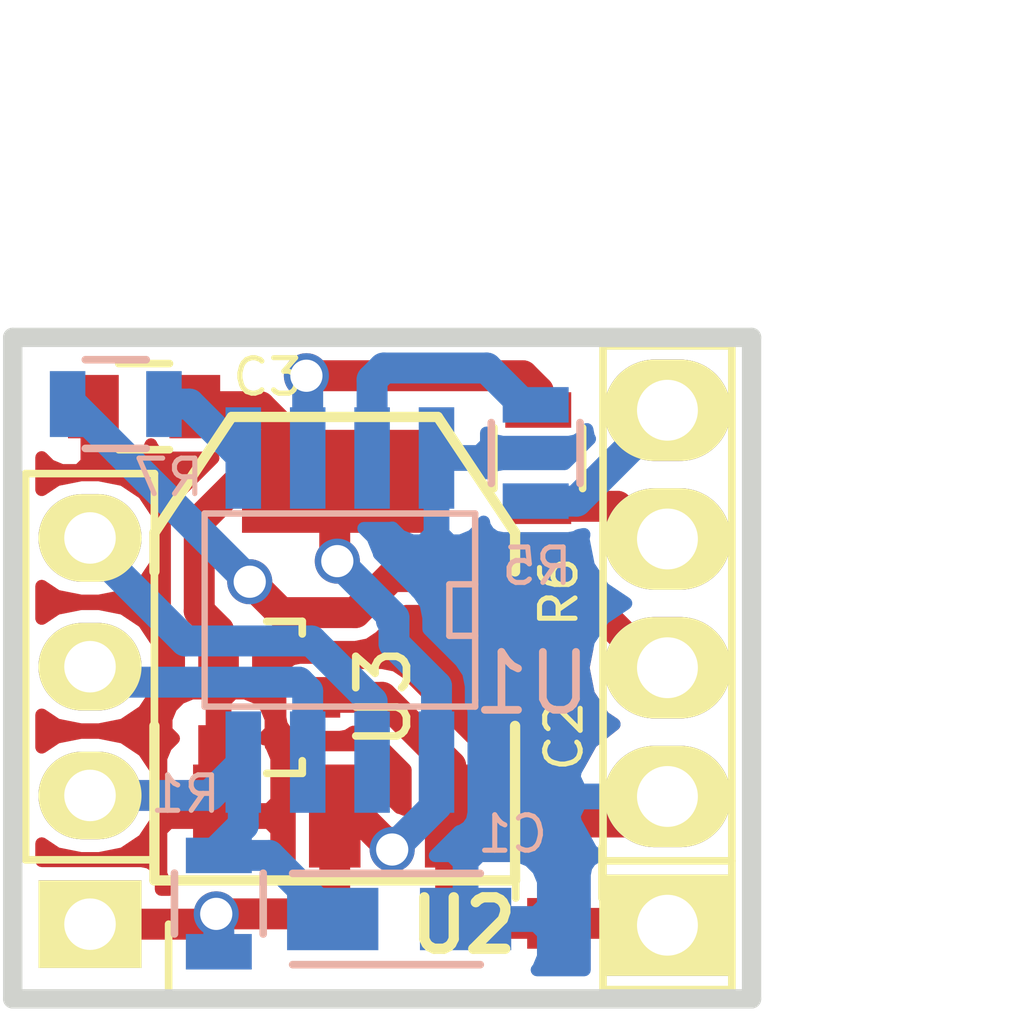
<source format=kicad_pcb>
(kicad_pcb (version 4) (host pcbnew 0.201510080346+6253~30~ubuntu14.04.1-product)

  (general
    (links 26)
    (no_connects 0)
    (area 137.579099 114.216179 152.529541 127.647701)
    (thickness 1.6002)
    (drawings 6)
    (tracks 94)
    (zones 0)
    (modules 12)
    (nets 13)
  )

  (page A4)
  (title_block
    (date "7 feb 2014")
  )

  (layers
    (0 Front signal)
    (31 Back signal)
    (32 B.Adhes user hide)
    (33 F.Adhes user hide)
    (34 B.Paste user hide)
    (35 F.Paste user hide)
    (36 B.SilkS user)
    (37 F.SilkS user)
    (38 B.Mask user)
    (39 F.Mask user)
    (40 Dwgs.User user)
    (44 Edge.Cuts user)
    (45 Margin user)
    (46 B.CrtYd user hide)
    (48 B.Fab user)
    (49 F.Fab user)
  )

  (setup
    (last_trace_width 0.6096)
    (trace_clearance 0.1)
    (zone_clearance 0.254)
    (zone_45_only yes)
    (trace_min 0.2032)
    (segment_width 0.1)
    (edge_width 0.381)
    (via_size 0.889)
    (via_drill 0.635)
    (via_min_size 0.889)
    (via_min_drill 0.508)
    (uvia_size 0.508)
    (uvia_drill 0.127)
    (uvias_allowed no)
    (uvia_min_size 0.508)
    (uvia_min_drill 0.127)
    (pcb_text_width 0.3048)
    (pcb_text_size 1.524 2.032)
    (mod_edge_width 0.381)
    (mod_text_size 1.524 1.524)
    (mod_text_width 0.3048)
    (pad_size 1.016 2.032)
    (pad_drill 0)
    (pad_to_mask_clearance 0.254)
    (aux_axis_origin 0 0)
    (visible_elements FFFEDFBF)
    (pcbplotparams
      (layerselection 0x0100f_80000001)
      (usegerberextensions false)
      (excludeedgelayer false)
      (linewidth 0.150000)
      (plotframeref false)
      (viasonmask false)
      (mode 1)
      (useauxorigin false)
      (hpglpennumber 1)
      (hpglpenspeed 20)
      (hpglpendiameter 15)
      (hpglpenoverlay 0)
      (psnegative false)
      (psa4output false)
      (plotreference true)
      (plotvalue true)
      (plotinvisibletext false)
      (padsonsilk true)
      (subtractmaskfromsilk false)
      (outputformat 5)
      (mirror false)
      (drillshape 0)
      (scaleselection 1)
      (outputdirectory /home/nail/tmp/plot/))
  )

  (net 0 "")
  (net 1 +5V)
  (net 2 GND)
  (net 3 POWER_CTL)
  (net 4 "Net-(R7-Pad1)")
  (net 5 DataOut)
  (net 6 "Net-(R5-Pad1)")
  (net 7 "Net-(R6-Pad1)")
  (net 8 RESET)
  (net 9 PJRC)
  (net 10 ARCHOS)
  (net 11 CLK-PRG_DATA)
  (net 12 DataIn-PRG_CLK)

  (net_class Default "This is the default net class."
    (clearance 0.1)
    (trace_width 0.6096)
    (via_dia 0.889)
    (via_drill 0.635)
    (uvia_dia 0.508)
    (uvia_drill 0.127)
    (add_net +5V)
    (add_net ARCHOS)
    (add_net CLK-PRG_DATA)
    (add_net DataIn-PRG_CLK)
    (add_net DataOut)
    (add_net GND)
    (add_net "Net-(R5-Pad1)")
    (add_net "Net-(R6-Pad1)")
    (add_net "Net-(R7-Pad1)")
    (add_net PJRC)
    (add_net POWER_CTL)
    (add_net RESET)
  )

  (net_class GND ""
    (clearance 0.1)
    (trace_width 1.39192)
    (via_dia 0.889)
    (via_drill 0.635)
    (uvia_dia 0.508)
    (uvia_drill 0.127)
  )

  (module Pin_Headers:Pin_Header_Straight_1x05 (layer Front) (tedit 543F8C26) (tstamp 546CCFAD)
    (at 150.68042 120.92432 90)
    (descr "Through hole pin header")
    (tags "pin header")
    (path /542D55A4)
    (fp_text reference RADIO1 (at 0 -2.286 90) (layer F.SilkS) hide
      (effects (font (size 1.27 1.27) (thickness 0.2032)))
    )
    (fp_text value CONN_01X05 (at 0 0 90) (layer F.SilkS) hide
      (effects (font (size 1.27 1.27) (thickness 0.2032)))
    )
    (fp_line (start -3.81 -1.27) (end 6.35 -1.27) (layer F.SilkS) (width 0.15))
    (fp_line (start 6.35 -1.27) (end 6.35 1.27) (layer F.SilkS) (width 0.15))
    (fp_line (start 6.35 1.27) (end -3.81 1.27) (layer F.SilkS) (width 0.15))
    (fp_line (start -6.35 -1.27) (end -3.81 -1.27) (layer F.SilkS) (width 0.15))
    (fp_line (start -3.81 -1.27) (end -3.81 1.27) (layer F.SilkS) (width 0.15))
    (fp_line (start -6.35 -1.27) (end -6.35 1.27) (layer F.SilkS) (width 0.15))
    (fp_line (start -6.35 1.27) (end -3.81 1.27) (layer F.SilkS) (width 0.15))
    (pad 1 thru_hole rect (at -5.08 0 90) (size 2 2.5) (drill 1.2) (layers *.Cu *.Mask F.SilkS)
      (net 3 POWER_CTL))
    (pad 2 thru_hole oval (at -2.54 0 90) (size 2 2.5) (drill 1.2) (layers *.Cu *.Mask F.SilkS)
      (net 2 GND))
    (pad 3 thru_hole oval (at 0 0 90) (size 2 2.5) (drill 1.2) (layers *.Cu *.Mask F.SilkS)
      (net 5 DataOut))
    (pad 4 thru_hole oval (at 2.54 0 90) (size 2 2.5) (drill 1.2) (layers *.Cu *.Mask F.SilkS)
      (net 12 DataIn-PRG_CLK))
    (pad 5 thru_hole oval (at 5.08 0 90) (size 2 2.5) (drill 1.2) (layers *.Cu *.Mask F.SilkS)
      (net 11 CLK-PRG_DATA))
    (model Pin_Headers.3dshapes/Pin_Header_Straight_1x05.wrl
      (at (xyz 0 0 0))
      (scale (xyz 1 1 1))
      (rotate (xyz 0 0 0))
    )
  )

  (module my_modules:SOIC-8-W_long_pads (layer Back) (tedit 55DC8B9B) (tstamp 546CCF7E)
    (at 144.2212 119.7864 180)
    (descr "module SMD SOIC SOJ 8 pins etroit")
    (tags "CMS SOJ")
    (path /52D02953)
    (attr smd)
    (fp_text reference U1 (at -3.7846 -1.4478 180) (layer B.SilkS)
      (effects (font (size 1.143 1.143) (thickness 0.1524)) (justify mirror))
    )
    (fp_text value PIC12F629 (at 0 -1.016 180) (layer B.SilkS) hide
      (effects (font (size 0.889 0.889) (thickness 0.1524)) (justify mirror))
    )
    (fp_line (start -2.667 -1.778) (end -2.667 -1.905) (layer B.SilkS) (width 0.127))
    (fp_line (start -2.667 -1.905) (end 2.667 -1.905) (layer B.SilkS) (width 0.127))
    (fp_line (start 2.667 1.905) (end -2.667 1.905) (layer B.SilkS) (width 0.127))
    (fp_line (start -2.667 1.905) (end -2.667 -1.778) (layer B.SilkS) (width 0.127))
    (fp_line (start -2.667 0.508) (end -2.159 0.508) (layer B.SilkS) (width 0.127))
    (fp_line (start -2.159 0.508) (end -2.159 -0.508) (layer B.SilkS) (width 0.127))
    (fp_line (start -2.159 -0.508) (end -2.667 -0.508) (layer B.SilkS) (width 0.127))
    (fp_line (start 2.667 1.905) (end 2.667 -1.905) (layer B.SilkS) (width 0.127))
    (pad 8 smd rect (at -1.905 3 180) (size 0.7 2) (layers Back B.Paste B.Mask)
      (net 2 GND))
    (pad 1 smd rect (at -1.905 -3 180) (size 0.7 2) (layers Back B.Paste B.Mask)
      (net 1 +5V))
    (pad 7 smd rect (at -0.635 3 180) (size 0.7 2) (layers Back B.Paste B.Mask)
      (net 6 "Net-(R5-Pad1)"))
    (pad 6 smd rect (at 0.635 3 180) (size 0.7 2) (layers Back B.Paste B.Mask)
      (net 7 "Net-(R6-Pad1)"))
    (pad 5 smd rect (at 1.905 3 180) (size 0.7 2) (layers Back B.Paste B.Mask)
      (net 4 "Net-(R7-Pad1)"))
    (pad 2 smd rect (at -0.635 -3 180) (size 0.7 2) (layers Back B.Paste B.Mask)
      (net 10 ARCHOS))
    (pad 3 smd rect (at 0.635 -3 180) (size 0.7 2) (layers Back B.Paste B.Mask)
      (net 9 PJRC))
    (pad 4 smd rect (at 1.905 -3 180) (size 0.7 2) (layers Back B.Paste B.Mask)
      (net 8 RESET))
    (model Housings_SOIC.3dshapes/SOIJ-8_5.3x5.3mm_Pitch1.27mm.wrl
      (at (xyz 0 0 0))
      (scale (xyz 1 1 1))
      (rotate (xyz 0 0 90))
    )
  )

  (module Pin_Headers:Pin_Header_Straight_1x04 (layer Front) (tedit 55C8702A) (tstamp 559FD40A)
    (at 139.2936 125.984 180)
    (descr "Through hole pin header")
    (tags "pin header")
    (path /542D83A2)
    (fp_text reference ICSP_UART1 (at -0.00762 9.3218 180) (layer F.SilkS) hide
      (effects (font (size 0.7 0.7) (thickness 0.1)))
    )
    (fp_text value CONN_01X04 (at 0 -3.1 180) (layer F.Fab) hide
      (effects (font (size 1 1) (thickness 0.15)))
    )
    (fp_line (start -1.75 -1.75) (end -1.75 9.4) (layer F.CrtYd) (width 0.05))
    (fp_line (start 1.75 -1.75) (end 1.75 9.4) (layer F.CrtYd) (width 0.05))
    (fp_line (start -1.75 -1.75) (end 1.75 -1.75) (layer F.CrtYd) (width 0.05))
    (fp_line (start -1.75 9.4) (end 1.75 9.4) (layer F.CrtYd) (width 0.05))
    (fp_line (start -1.27 1.27) (end -1.27 8.89) (layer F.SilkS) (width 0.15))
    (fp_line (start 1.27 1.27) (end 1.27 8.89) (layer F.SilkS) (width 0.15))
    (fp_line (start 1.55 -1.55) (end 1.55 0) (layer F.SilkS) (width 0.15))
    (fp_line (start -1.27 8.89) (end 1.27 8.89) (layer F.SilkS) (width 0.15))
    (fp_line (start 1.27 1.27) (end -1.27 1.27) (layer F.SilkS) (width 0.15))
    (fp_line (start -1.55 0) (end -1.55 -1.55) (layer F.SilkS) (width 0.15))
    (fp_line (start -1.55 -1.55) (end 1.55 -1.55) (layer F.SilkS) (width 0.15))
    (pad 1 thru_hole rect (at 0 0 180) (size 2.032 1.7272) (drill 1.016) (layers *.Cu *.Mask F.SilkS)
      (net 1 +5V))
    (pad 2 thru_hole oval (at 0 2.54 180) (size 2.032 1.7272) (drill 1.016) (layers *.Cu *.Mask F.SilkS)
      (net 8 RESET))
    (pad 3 thru_hole oval (at 0 5.08 180) (size 2.032 1.7272) (drill 1.016) (layers *.Cu *.Mask F.SilkS)
      (net 9 PJRC))
    (pad 4 thru_hole oval (at 0 7.62 180) (size 2.032 1.7272) (drill 1.016) (layers *.Cu *.Mask F.SilkS)
      (net 10 ARCHOS))
  )

  (module Capacitors_Tantalum_SMD:TantalC_SizeA_EIA-3216_Reflow (layer Back) (tedit 55DC8BCC) (tstamp 55C4C10B)
    (at 145.3896 125.8824)
    (descr "Tantal Cap. , Size A, EIA-3216, Reflow")
    (tags "Tantal Capacitor Size-A EIA-3216 reflow")
    (path /55C4B796)
    (attr smd)
    (fp_text reference C1 (at 2.2352 -1.6764 180) (layer B.SilkS)
      (effects (font (size 0.7 0.7) (thickness 0.1)) (justify mirror))
    )
    (fp_text value 1uF/6.3V (at 0 -2.1) (layer B.Fab) hide
      (effects (font (size 1 1) (thickness 0.15)) (justify mirror))
    )
    (fp_line (start 1.6 -0.9) (end -2.1 -0.9) (layer B.SilkS) (width 0.15))
    (fp_line (start 1.6 0.9) (end -2.1 0.9) (layer B.SilkS) (width 0.15))
    (fp_line (start -2.5 -1.2) (end 2.5 -1.2) (layer B.CrtYd) (width 0.05))
    (fp_line (start 2.5 -1.2) (end 2.5 1.2) (layer B.CrtYd) (width 0.05))
    (fp_line (start 2.5 1.2) (end -2.5 1.2) (layer B.CrtYd) (width 0.05))
    (fp_line (start -2.5 1.2) (end -2.5 -1.2) (layer B.CrtYd) (width 0.05))
    (pad 2 smd rect (at 1.31 0) (size 1.8 1.23) (layers Back B.Paste B.Mask)
      (net 2 GND))
    (pad 1 smd rect (at -1.31 0) (size 1.8 1.23) (layers Back B.Paste B.Mask)
      (net 8 RESET))
    (model Capacitors_Tantalum_SMD.3dshapes/TantalC_SizeA_EIA-3216_Reflow.wrl
      (at (xyz 0 0 0))
      (scale (xyz 1 1 1))
      (rotate (xyz 0 0 180))
    )
  )

  (module Capacitors_SMD:C_0805 (layer Front) (tedit 55DC83D7) (tstamp 55C4C10C)
    (at 148.5392 124.968 90)
    (descr "Capacitor SMD 0805, reflow soldering, AVX (see smccp.pdf)")
    (tags "capacitor 0805")
    (path /52D02F40)
    (attr smd)
    (fp_text reference C2 (at 2.6924 0.1016 90) (layer F.SilkS)
      (effects (font (size 0.7 0.7) (thickness 0.1)))
    )
    (fp_text value 100n (at 0 2.1 90) (layer F.Fab) hide
      (effects (font (size 1 1) (thickness 0.15)))
    )
    (fp_line (start -1.8 -1) (end 1.8 -1) (layer F.CrtYd) (width 0.05))
    (fp_line (start -1.8 1) (end 1.8 1) (layer F.CrtYd) (width 0.05))
    (fp_line (start -1.8 -1) (end -1.8 1) (layer F.CrtYd) (width 0.05))
    (fp_line (start 1.8 -1) (end 1.8 1) (layer F.CrtYd) (width 0.05))
    (fp_line (start 0.5 -0.85) (end -0.5 -0.85) (layer F.SilkS) (width 0.15))
    (fp_line (start -0.5 0.85) (end 0.5 0.85) (layer F.SilkS) (width 0.15))
    (pad 1 smd rect (at -1 0 90) (size 1 1.25) (layers Front F.Paste F.Mask)
      (net 3 POWER_CTL))
    (pad 2 smd rect (at 1 0 90) (size 1 1.25) (layers Front F.Paste F.Mask)
      (net 2 GND))
    (model Capacitors_SMD.3dshapes/C_0805.wrl
      (at (xyz 0 0 0))
      (scale (xyz 1 1 1))
      (rotate (xyz 0 0 0))
    )
  )

  (module Resistors_SMD:R_0805 (layer Back) (tedit 55DC8BAA) (tstamp 55C4C117)
    (at 141.8336 125.5776 270)
    (descr "Resistor SMD 0805, reflow soldering, Vishay (see dcrcw.pdf)")
    (tags "resistor 0805")
    (path /52D03054)
    (attr smd)
    (fp_text reference R1 (at -2.159 0.6604 360) (layer B.SilkS)
      (effects (font (size 0.7 0.7) (thickness 0.1)) (justify mirror))
    )
    (fp_text value 10k (at 0 -2.1 270) (layer B.Fab) hide
      (effects (font (size 1 1) (thickness 0.15)) (justify mirror))
    )
    (fp_line (start -1.6 1) (end 1.6 1) (layer B.CrtYd) (width 0.05))
    (fp_line (start -1.6 -1) (end 1.6 -1) (layer B.CrtYd) (width 0.05))
    (fp_line (start -1.6 1) (end -1.6 -1) (layer B.CrtYd) (width 0.05))
    (fp_line (start 1.6 1) (end 1.6 -1) (layer B.CrtYd) (width 0.05))
    (fp_line (start 0.6 -0.875) (end -0.6 -0.875) (layer B.SilkS) (width 0.15))
    (fp_line (start -0.6 0.875) (end 0.6 0.875) (layer B.SilkS) (width 0.15))
    (pad 1 smd rect (at -0.95 0 270) (size 0.7 1.3) (layers Back B.Paste B.Mask)
      (net 8 RESET))
    (pad 2 smd rect (at 0.95 0 270) (size 0.7 1.3) (layers Back B.Paste B.Mask)
      (net 1 +5V))
    (model Resistors_SMD.3dshapes/R_0805.wrl
      (at (xyz 0 0 0))
      (scale (xyz 1 1 1))
      (rotate (xyz 0 0 0))
    )
  )

  (module Resistors_SMD:R_0805 (layer Back) (tedit 55DC8BAF) (tstamp 55C4C12E)
    (at 148.082 116.6876 270)
    (descr "Resistor SMD 0805, reflow soldering, Vishay (see dcrcw.pdf)")
    (tags "resistor 0805")
    (path /52D02AC2)
    (attr smd)
    (fp_text reference R5 (at 2.2352 -0.0254 360) (layer B.SilkS)
      (effects (font (size 0.7 0.7) (thickness 0.1)) (justify mirror))
    )
    (fp_text value 3k3 (at 0 -2.1 270) (layer B.Fab) hide
      (effects (font (size 1 1) (thickness 0.15)) (justify mirror))
    )
    (fp_line (start -1.6 1) (end 1.6 1) (layer B.CrtYd) (width 0.05))
    (fp_line (start -1.6 -1) (end 1.6 -1) (layer B.CrtYd) (width 0.05))
    (fp_line (start -1.6 1) (end -1.6 -1) (layer B.CrtYd) (width 0.05))
    (fp_line (start 1.6 1) (end 1.6 -1) (layer B.CrtYd) (width 0.05))
    (fp_line (start 0.6 -0.875) (end -0.6 -0.875) (layer B.SilkS) (width 0.15))
    (fp_line (start -0.6 0.875) (end 0.6 0.875) (layer B.SilkS) (width 0.15))
    (pad 1 smd rect (at -0.95 0 270) (size 0.7 1.3) (layers Back B.Paste B.Mask)
      (net 6 "Net-(R5-Pad1)"))
    (pad 2 smd rect (at 0.95 0 270) (size 0.7 1.3) (layers Back B.Paste B.Mask)
      (net 11 CLK-PRG_DATA))
    (model Resistors_SMD.3dshapes/R_0805.wrl
      (at (xyz 0 0 0))
      (scale (xyz 1 1 1))
      (rotate (xyz 0 0 0))
    )
  )

  (module Resistors_SMD:R_0805 (layer Front) (tedit 55DC83CD) (tstamp 55C4C145)
    (at 148.1328 116.7892 270)
    (descr "Resistor SMD 0805, reflow soldering, Vishay (see dcrcw.pdf)")
    (tags "resistor 0805")
    (path /52D02ABB)
    (attr smd)
    (fp_text reference R6 (at 2.6416 -0.4064 270) (layer F.SilkS)
      (effects (font (size 0.7 0.7) (thickness 0.1)))
    )
    (fp_text value 3k3 (at 0 2.1 270) (layer F.Fab) hide
      (effects (font (size 1 1) (thickness 0.15)))
    )
    (fp_line (start -1.6 -1) (end 1.6 -1) (layer F.CrtYd) (width 0.05))
    (fp_line (start -1.6 1) (end 1.6 1) (layer F.CrtYd) (width 0.05))
    (fp_line (start -1.6 -1) (end -1.6 1) (layer F.CrtYd) (width 0.05))
    (fp_line (start 1.6 -1) (end 1.6 1) (layer F.CrtYd) (width 0.05))
    (fp_line (start 0.6 0.875) (end -0.6 0.875) (layer F.SilkS) (width 0.15))
    (fp_line (start -0.6 -0.875) (end 0.6 -0.875) (layer F.SilkS) (width 0.15))
    (pad 1 smd rect (at -0.95 0 270) (size 0.7 1.3) (layers Front F.Paste F.Mask)
      (net 7 "Net-(R6-Pad1)"))
    (pad 2 smd rect (at 0.95 0 270) (size 0.7 1.3) (layers Front F.Paste F.Mask)
      (net 12 DataIn-PRG_CLK))
    (model Resistors_SMD.3dshapes/R_0805.wrl
      (at (xyz 0 0 0))
      (scale (xyz 1 1 1))
      (rotate (xyz 0 0 0))
    )
  )

  (module Resistors_SMD:R_0805 (layer Back) (tedit 55DC8BBF) (tstamp 55C4C150)
    (at 139.8016 115.7224 180)
    (descr "Resistor SMD 0805, reflow soldering, Vishay (see dcrcw.pdf)")
    (tags "resistor 0805")
    (path /52D02B05)
    (attr smd)
    (fp_text reference R7 (at -1.0414 -1.4478 180) (layer B.SilkS)
      (effects (font (size 0.7 0.7) (thickness 0.1)) (justify mirror))
    )
    (fp_text value 3k3 (at 0 -2.1 180) (layer B.Fab) hide
      (effects (font (size 1 1) (thickness 0.15)) (justify mirror))
    )
    (fp_line (start -1.6 1) (end 1.6 1) (layer B.CrtYd) (width 0.05))
    (fp_line (start -1.6 -1) (end 1.6 -1) (layer B.CrtYd) (width 0.05))
    (fp_line (start -1.6 1) (end -1.6 -1) (layer B.CrtYd) (width 0.05))
    (fp_line (start 1.6 1) (end 1.6 -1) (layer B.CrtYd) (width 0.05))
    (fp_line (start 0.6 -0.875) (end -0.6 -0.875) (layer B.SilkS) (width 0.15))
    (fp_line (start -0.6 0.875) (end 0.6 0.875) (layer B.SilkS) (width 0.15))
    (pad 1 smd rect (at -0.95 0 180) (size 0.7 1.3) (layers Back B.Paste B.Mask)
      (net 4 "Net-(R7-Pad1)"))
    (pad 2 smd rect (at 0.95 0 180) (size 0.7 1.3) (layers Back B.Paste B.Mask)
      (net 5 DataOut))
    (model Resistors_SMD.3dshapes/R_0805.wrl
      (at (xyz 0 0 0))
      (scale (xyz 1 1 1))
      (rotate (xyz 0 0 0))
    )
  )

  (module Capacitors_SMD:C_0805 (layer Front) (tedit 55DC87F7) (tstamp 55C4C250)
    (at 140.3604 115.7732 180)
    (descr "Capacitor SMD 0805, reflow soldering, AVX (see smccp.pdf)")
    (tags "capacitor 0805")
    (path /52E79ABE)
    (attr smd)
    (fp_text reference C3 (at -2.4384 0.5842 180) (layer F.SilkS)
      (effects (font (size 0.7 0.7) (thickness 0.1)))
    )
    (fp_text value 100n (at 0 2.1 180) (layer F.Fab) hide
      (effects (font (size 1 1) (thickness 0.15)))
    )
    (fp_line (start -1.8 -1) (end 1.8 -1) (layer F.CrtYd) (width 0.05))
    (fp_line (start -1.8 1) (end 1.8 1) (layer F.CrtYd) (width 0.05))
    (fp_line (start -1.8 -1) (end -1.8 1) (layer F.CrtYd) (width 0.05))
    (fp_line (start 1.8 -1) (end 1.8 1) (layer F.CrtYd) (width 0.05))
    (fp_line (start 0.5 -0.85) (end -0.5 -0.85) (layer F.SilkS) (width 0.15))
    (fp_line (start -0.5 0.85) (end 0.5 0.85) (layer F.SilkS) (width 0.15))
    (pad 1 smd rect (at -1 0 180) (size 1 1.25) (layers Front F.Paste F.Mask)
      (net 1 +5V))
    (pad 2 smd rect (at 1 0 180) (size 1 1.25) (layers Front F.Paste F.Mask)
      (net 2 GND))
    (model Capacitors_SMD.3dshapes/C_0805.wrl
      (at (xyz 0 0 0))
      (scale (xyz 1 1 1))
      (rotate (xyz 0 0 0))
    )
  )

  (module my_modules:SOT-223-REGULATOR (layer Front) (tedit 55DC8832) (tstamp 55C4C8BE)
    (at 144.1196 120.5484)
    (descr "module CMS SOT223 4 pins")
    (tags "CMS SOT")
    (path /546C9D74)
    (attr smd)
    (fp_text reference U2 (at 2.54 5.461) (layer F.SilkS)
      (effects (font (size 1.016 1.016) (thickness 0.2032)))
    )
    (fp_text value LM78L05ACZ (at 0 0.762) (layer F.SilkS) hide
      (effects (font (size 1.016 1.016) (thickness 0.2032)))
    )
    (fp_line (start -3.556 1.524) (end -3.556 4.572) (layer F.SilkS) (width 0.2032))
    (fp_line (start -3.556 4.572) (end 3.556 4.572) (layer F.SilkS) (width 0.2032))
    (fp_line (start 3.556 4.572) (end 3.556 1.524) (layer F.SilkS) (width 0.2032))
    (fp_line (start -3.556 -1.524) (end -3.556 -2.286) (layer F.SilkS) (width 0.2032))
    (fp_line (start -3.556 -2.286) (end -2.032 -4.572) (layer F.SilkS) (width 0.2032))
    (fp_line (start -2.032 -4.572) (end 2.032 -4.572) (layer F.SilkS) (width 0.2032))
    (fp_line (start 2.032 -4.572) (end 3.556 -2.286) (layer F.SilkS) (width 0.2032))
    (fp_line (start 3.556 -2.286) (end 3.556 -1.524) (layer F.SilkS) (width 0.2032))
    (pad VO smd rect (at 0 -3.302) (size 3.6576 2.032) (layers Front F.Paste F.Mask)
      (net 1 +5V))
    (pad VO smd rect (at 0 3.302) (size 1.016 2.032) (layers Front F.Paste F.Mask)
      (net 1 +5V))
    (pad VI smd rect (at 2.286 3.302) (size 1.016 2.032) (layers Front F.Paste F.Mask)
      (net 3 POWER_CTL))
    (pad GND smd rect (at -2.286 3.302) (size 1.016 2.032) (layers Front F.Paste F.Mask)
      (net 2 GND))
    (model /home/nail/src/kicad/KiCad/3d_models/ab2_sot/AB2_SOT223.wrl
      (at (xyz 0 0 0))
      (scale (xyz 0 0 0))
      (rotate (xyz 0 0 0))
    )
  )

  (module Housings_SOT-23_SOT-143_TSOT-6:SOT-23 (layer Front) (tedit 553634F8) (tstamp 561680F2)
    (at 142.82928 121.50852 270)
    (descr "SOT-23, Standard")
    (tags SOT-23)
    (path /561664C4)
    (attr smd)
    (fp_text reference U3 (at 0 -2.25 270) (layer F.SilkS)
      (effects (font (size 1 1) (thickness 0.15)))
    )
    (fp_text value MC78L05ACH (at 0 2.3 270) (layer F.Fab)
      (effects (font (size 1 1) (thickness 0.15)))
    )
    (fp_line (start -1.65 -1.6) (end 1.65 -1.6) (layer F.CrtYd) (width 0.05))
    (fp_line (start 1.65 -1.6) (end 1.65 1.6) (layer F.CrtYd) (width 0.05))
    (fp_line (start 1.65 1.6) (end -1.65 1.6) (layer F.CrtYd) (width 0.05))
    (fp_line (start -1.65 1.6) (end -1.65 -1.6) (layer F.CrtYd) (width 0.05))
    (fp_line (start 1.29916 -0.65024) (end 1.2509 -0.65024) (layer F.SilkS) (width 0.15))
    (fp_line (start -1.49982 0.0508) (end -1.49982 -0.65024) (layer F.SilkS) (width 0.15))
    (fp_line (start -1.49982 -0.65024) (end -1.2509 -0.65024) (layer F.SilkS) (width 0.15))
    (fp_line (start 1.29916 -0.65024) (end 1.49982 -0.65024) (layer F.SilkS) (width 0.15))
    (fp_line (start 1.49982 -0.65024) (end 1.49982 0.0508) (layer F.SilkS) (width 0.15))
    (pad 1 smd rect (at -0.95 1.00076 270) (size 0.8001 0.8001) (layers Front F.Paste F.Mask)
      (net 1 +5V))
    (pad 2 smd rect (at 0.95 1.00076 270) (size 0.8001 0.8001) (layers Front F.Paste F.Mask)
      (net 2 GND))
    (pad 3 smd rect (at 0 -0.99822 270) (size 0.8001 0.8001) (layers Front F.Paste F.Mask)
      (net 3 POWER_CTL))
    (model TO_SOT_Packages_SMD.3dshapes/SOT-23.wrl
      (at (xyz 0 0 0))
      (scale (xyz 1 1 1))
      (rotate (xyz 0 0 0))
    )
  )

  (gr_line (start 152.33904 127.4572) (end 137.7696 127.4572) (angle 90) (layer Edge.Cuts) (width 0.381))
  (gr_line (start 152.33904 114.40668) (end 152.33904 127.4572) (angle 90) (layer Edge.Cuts) (width 0.381))
  (gr_line (start 137.7696 114.40668) (end 152.33904 114.40668) (angle 90) (layer Edge.Cuts) (width 0.381))
  (gr_line (start 137.7696 127.4572) (end 137.7696 114.40668) (angle 90) (layer Edge.Cuts) (width 0.381))
  (dimension 13.0556 (width 0.3048) (layer Dwgs.User)
    (gr_text "13.056 mm" (at 155.7528 120.9294 270) (layer Dwgs.User)
      (effects (font (size 2.032 1.524) (thickness 0.3048)))
    )
    (feature1 (pts (xy 152.3492 127.4572) (xy 157.3784 127.4572)))
    (feature2 (pts (xy 152.3492 114.4016) (xy 157.3784 114.4016)))
    (crossbar (pts (xy 154.1272 114.4016) (xy 154.1272 127.4572)))
    (arrow1a (pts (xy 154.1272 127.4572) (xy 153.540779 126.330696)))
    (arrow1b (pts (xy 154.1272 127.4572) (xy 154.713621 126.330696)))
    (arrow2a (pts (xy 154.1272 114.4016) (xy 153.540779 115.528104)))
    (arrow2b (pts (xy 154.1272 114.4016) (xy 154.713621 115.528104)))
  )
  (dimension 14.5796 (width 0.3048) (layer Dwgs.User)
    (gr_text "14.580 mm" (at 145.0594 110.1852) (layer Dwgs.User)
      (effects (font (size 2.032 1.524) (thickness 0.3048)))
    )
    (feature1 (pts (xy 152.3492 114.4016) (xy 152.3492 108.5596)))
    (feature2 (pts (xy 137.7696 114.4016) (xy 137.7696 108.5596)))
    (crossbar (pts (xy 137.7696 111.8108) (xy 152.3492 111.8108)))
    (arrow1a (pts (xy 152.3492 111.8108) (xy 151.222696 112.397221)))
    (arrow1b (pts (xy 152.3492 111.8108) (xy 151.222696 111.224379)))
    (arrow2a (pts (xy 137.7696 111.8108) (xy 138.896104 112.397221)))
    (arrow2b (pts (xy 137.7696 111.8108) (xy 138.896104 111.224379)))
  )

  (segment (start 141.82852 120.55852) (end 141.82852 120.18772) (width 0.6096) (layer Front) (net 1))
  (segment (start 141.82852 120.18772) (end 141.44752 119.80672) (width 0.6096) (layer Front) (net 1) (tstamp 56179920))
  (segment (start 141.44752 119.80672) (end 141.44752 118.02872) (width 0.6096) (layer Front) (net 1) (tstamp 56179921))
  (segment (start 141.44752 118.02872) (end 142.22984 117.2464) (width 0.6096) (layer Front) (net 1) (tstamp 56179922))
  (segment (start 142.22984 117.2464) (end 144.1196 117.2464) (width 0.6096) (layer Front) (net 1) (tstamp 56179923))
  (segment (start 144.1196 123.8504) (end 144.59204 123.8504) (width 0.6096) (layer Front) (net 1))
  (segment (start 144.59204 123.8504) (end 145.25244 124.5108) (width 0.6096) (layer Front) (net 1) (tstamp 561798D7))
  (segment (start 145.25244 124.5108) (end 146.1262 123.63704) (width 0.6096) (layer Back) (net 1) (tstamp 561798DD))
  (via (at 145.25244 124.5108) (size 0.889) (drill 0.635) (layers Front Back) (net 1))
  (segment (start 146.1262 123.63704) (end 146.1262 122.7864) (width 0.6096) (layer Back) (net 1) (tstamp 561798DE))
  (segment (start 141.3604 115.7732) (end 142.6464 115.7732) (width 0.6096) (layer Front) (net 1))
  (segment (start 142.6464 115.7732) (end 144.1196 117.2464) (width 0.6096) (layer Front) (net 1) (tstamp 55DC87B0))
  (segment (start 146.1262 122.7864) (end 146.1262 121.285) (width 0.6096) (layer Back) (net 1))
  (segment (start 144.1196 123.2916) (end 144.1196 123.8504) (width 0.6096) (layer Front) (net 1) (tstamp 55DC8734))
  (segment (start 145.2372 119.9896) (end 145.2372 119.888) (width 0.6096) (layer Back) (net 1) (tstamp 55DC865F))
  (segment (start 145.288 119.9388) (end 145.2372 119.9896) (width 0.6096) (layer Back) (net 1) (tstamp 55DC865D))
  (segment (start 145.288 120.4468) (end 145.288 119.9388) (width 0.6096) (layer Back) (net 1) (tstamp 55DC865C))
  (segment (start 146.1262 121.285) (end 145.288 120.4468) (width 0.6096) (layer Back) (net 1) (tstamp 55DC8657))
  (segment (start 144.1196 118.7704) (end 144.1196 117.2464) (width 0.6096) (layer Front) (net 1) (tstamp 55DC8603))
  (segment (start 144.1704 118.8212) (end 144.1196 118.7704) (width 0.6096) (layer Front) (net 1) (tstamp 55DC8602))
  (via (at 144.1704 118.8212) (size 0.889) (drill 0.635) (layers Front Back) (net 1))
  (segment (start 145.2372 119.888) (end 144.1704 118.8212) (width 0.6096) (layer Back) (net 1) (tstamp 55DC8660))
  (segment (start 144.1196 117.602) (end 144.1196 117.2464) (width 0.6096) (layer Front) (net 1) (tstamp 55DC85E3))
  (segment (start 141.7828 125.7808) (end 143.6624 125.7808) (width 0.6096) (layer Front) (net 1))
  (segment (start 144.1196 125.3236) (end 144.1196 123.8504) (width 0.6096) (layer Front) (net 1) (tstamp 55DC66C8))
  (segment (start 143.6624 125.7808) (end 144.1196 125.3236) (width 0.6096) (layer Front) (net 1) (tstamp 55DC66C7))
  (segment (start 139.2936 125.984) (end 141.5796 125.984) (width 0.6096) (layer Front) (net 1))
  (segment (start 141.8336 125.8316) (end 141.8336 126.5276) (width 0.6096) (layer Back) (net 1) (tstamp 55DC66C4))
  (segment (start 141.7828 125.7808) (end 141.8336 125.8316) (width 0.6096) (layer Back) (net 1) (tstamp 55DC66C3))
  (via (at 141.7828 125.7808) (size 0.889) (drill 0.635) (layers Front Back) (net 1))
  (segment (start 141.5796 125.984) (end 141.7828 125.7808) (width 0.6096) (layer Front) (net 1) (tstamp 55DC66C1))
  (segment (start 141.82852 123.84532) (end 141.8336 123.8504) (width 0.6096) (layer Front) (net 2) (tstamp 56168152))
  (segment (start 148.5392 123.968) (end 150.17674 123.968) (width 0.6096) (layer Front) (net 2))
  (segment (start 150.17674 123.968) (end 150.68042 123.46432) (width 0.6096) (layer Front) (net 2) (tstamp 55DC87EA))
  (segment (start 141.8336 123.7996) (end 141.8336 123.8504) (width 0.6096) (layer Front) (net 2) (tstamp 55DC8609))
  (segment (start 146.4056 123.8504) (end 146.4056 122.8598) (width 0.6096) (layer Front) (net 3))
  (segment (start 146.4056 122.8598) (end 145.05432 121.50852) (width 0.6096) (layer Front) (net 3) (tstamp 56179928))
  (segment (start 145.05432 121.50852) (end 143.8275 121.50852) (width 0.6096) (layer Front) (net 3) (tstamp 56179929))
  (segment (start 148.5392 125.968) (end 150.6441 125.968) (width 0.6096) (layer Front) (net 3))
  (segment (start 150.6441 125.968) (end 150.68042 126.00432) (width 0.6096) (layer Front) (net 3) (tstamp 55DC66DB))
  (segment (start 146.4056 123.8504) (end 146.4056 125.3236) (width 0.6096) (layer Front) (net 3))
  (segment (start 147.05 125.968) (end 148.5392 125.968) (width 0.6096) (layer Front) (net 3) (tstamp 55DC66D8))
  (segment (start 146.4056 125.3236) (end 147.05 125.968) (width 0.6096) (layer Front) (net 3) (tstamp 55DC66D7))
  (segment (start 150.5745 126.11024) (end 150.68042 126.00432) (width 0.6096) (layer Back) (net 3) (tstamp 55C4D31B))
  (segment (start 141.2522 115.7224) (end 142.3162 116.7864) (width 0.6096) (layer Back) (net 4) (tstamp 55DC66A8))
  (segment (start 140.7516 115.7224) (end 141.2522 115.7224) (width 0.6096) (layer Back) (net 4))
  (segment (start 142.4432 119.2276) (end 142.44828 119.2276) (width 0.6096) (layer Front) (net 5))
  (segment (start 143.05788 119.8372) (end 144.526 119.8372) (width 0.6096) (layer Front) (net 5) (tstamp 5616813A))
  (segment (start 142.44828 119.2276) (end 143.05788 119.8372) (width 0.6096) (layer Front) (net 5) (tstamp 56168139))
  (segment (start 138.938 115.7224) (end 142.4432 119.2276) (width 0.6096) (layer Back) (net 5) (tstamp 55DC86F0))
  (via (at 142.4432 119.2276) (size 0.889) (drill 0.635) (layers Front Back) (net 5))
  (segment (start 150.43912 120.92432) (end 148.6408 119.126) (width 0.6096) (layer Front) (net 5) (tstamp 55DC8615))
  (segment (start 145.2372 119.126) (end 144.526 119.8372) (width 0.6096) (layer Front) (net 5) (tstamp 55DC8618))
  (segment (start 148.6408 119.126) (end 145.2372 119.126) (width 0.6096) (layer Front) (net 5) (tstamp 55DC8617))
  (segment (start 138.8516 115.7224) (end 138.938 115.7224) (width 0.6096) (layer Back) (net 5))
  (segment (start 150.68042 120.92432) (end 150.43912 120.92432) (width 0.6096) (layer Front) (net 5))
  (segment (start 150.68042 120.92432) (end 150.54072 120.92432) (width 0.6096) (layer Front) (net 5))
  (segment (start 150.68042 120.92432) (end 150.48992 120.92432) (width 0.6096) (layer Front) (net 5))
  (segment (start 150.3553 120.5992) (end 150.68042 120.92432) (width 0.6096) (layer Back) (net 5) (tstamp 55DC6461))
  (segment (start 148.082 115.7376) (end 147.8432 115.7376) (width 0.6096) (layer Back) (net 6))
  (segment (start 147.8432 115.7376) (end 147.1168 115.0112) (width 0.6096) (layer Back) (net 6) (tstamp 55DC6672))
  (segment (start 147.1168 115.0112) (end 145.0848 115.0112) (width 0.6096) (layer Back) (net 6) (tstamp 55DC6673))
  (segment (start 145.0848 115.0112) (end 144.8562 115.2398) (width 0.6096) (layer Back) (net 6) (tstamp 55DC6674))
  (segment (start 144.8562 115.2398) (end 144.8562 116.7864) (width 0.6096) (layer Back) (net 6) (tstamp 55DC6675))
  (segment (start 143.5862 116.7864) (end 143.5862 115.189) (width 0.6096) (layer Back) (net 7))
  (segment (start 148.1328 115.4684) (end 148.1328 115.8392) (width 0.6096) (layer Front) (net 7) (tstamp 55DC6697))
  (segment (start 147.828 115.1636) (end 148.1328 115.4684) (width 0.6096) (layer Front) (net 7) (tstamp 55DC6696))
  (segment (start 143.5608 115.1636) (end 147.828 115.1636) (width 0.6096) (layer Front) (net 7) (tstamp 55DC6695))
  (via (at 143.5608 115.1636) (size 0.889) (drill 0.635) (layers Front Back) (net 7))
  (segment (start 143.5862 115.189) (end 143.5608 115.1636) (width 0.6096) (layer Back) (net 7) (tstamp 55DC6693))
  (segment (start 141.8336 124.6276) (end 142.8248 124.6276) (width 0.6096) (layer Back) (net 8))
  (segment (start 142.8248 124.6276) (end 144.0796 125.8824) (width 0.6096) (layer Back) (net 8) (tstamp 55DC66BD))
  (segment (start 141.8336 124.6276) (end 141.8336 124.5108) (width 0.6096) (layer Back) (net 8))
  (segment (start 141.8336 124.5108) (end 142.3162 124.0282) (width 0.6096) (layer Back) (net 8) (tstamp 55DC66B9))
  (segment (start 142.3162 124.0282) (end 142.3162 122.7864) (width 0.6096) (layer Back) (net 8) (tstamp 55DC66BA))
  (segment (start 139.2936 123.444) (end 141.6586 123.444) (width 0.6096) (layer Back) (net 8))
  (segment (start 141.6586 123.444) (end 142.3162 122.7864) (width 0.6096) (layer Back) (net 8) (tstamp 55DC66B6))
  (segment (start 143.5862 122.7864) (end 143.5862 121.3866) (width 0.6096) (layer Back) (net 9))
  (segment (start 143.4084 121.2088) (end 139.5984 121.2088) (width 0.6096) (layer Back) (net 9) (tstamp 55DC66B2))
  (segment (start 143.5862 121.3866) (end 143.4084 121.2088) (width 0.6096) (layer Back) (net 9) (tstamp 55DC66B1))
  (segment (start 139.5984 121.2088) (end 139.2936 120.904) (width 0.6096) (layer Back) (net 9) (tstamp 55DC66B3))
  (segment (start 139.2936 118.364) (end 139.2936 118.5164) (width 0.6096) (layer Back) (net 10))
  (segment (start 139.2936 118.5164) (end 141.1732 120.396) (width 0.6096) (layer Back) (net 10) (tstamp 55DC84BF))
  (segment (start 141.1732 120.396) (end 143.6624 120.396) (width 0.6096) (layer Back) (net 10) (tstamp 55DC84C0))
  (segment (start 144.8562 121.6152) (end 144.8562 121.5898) (width 0.6096) (layer Back) (net 10))
  (segment (start 144.8562 121.5898) (end 143.6624 120.396) (width 0.6096) (layer Back) (net 10) (tstamp 55DC84B7))
  (segment (start 139.2936 118.364) (end 139.954 118.364) (width 0.6096) (layer Back) (net 10))
  (segment (start 144.8562 121.6152) (end 144.8562 122.7864) (width 0.6096) (layer Back) (net 10) (tstamp 55DC84B5))
  (segment (start 148.082 117.6376) (end 148.88714 117.6376) (width 0.6096) (layer Back) (net 11))
  (segment (start 148.88714 117.6376) (end 150.68042 115.84432) (width 0.6096) (layer Back) (net 11) (tstamp 55DC666D))
  (segment (start 150.68042 118.38432) (end 150.33752 118.38432) (width 0.6096) (layer Front) (net 12))
  (segment (start 150.33752 118.38432) (end 149.6924 117.7392) (width 0.6096) (layer Front) (net 12) (tstamp 55DC84DE))
  (segment (start 149.6924 117.7392) (end 148.1328 117.7392) (width 0.6096) (layer Front) (net 12) (tstamp 55DC84DF))
  (segment (start 150.68042 118.38432) (end 150.64232 118.38432) (width 0.6096) (layer Back) (net 12))

  (zone (net 2) (net_name GND) (layer Front) (tstamp 55DC66FB) (hatch edge 0.508)
    (connect_pads (clearance 0.254))
    (min_thickness 0.254)
    (fill yes (arc_segments 16) (thermal_gap 0.508) (thermal_bridge_width 0.508) (smoothing chamfer))
    (polygon
      (pts
        (xy 137.8204 114.4016) (xy 152.3492 114.4016) (xy 152.3492 127.4572) (xy 137.7696 127.4572) (xy 137.7696 114.4016)
        (xy 137.8204 114.4016)
      )
    )
    (filled_polygon
      (pts
        (xy 139.4874 115.6462) (xy 139.5074 115.6462) (xy 139.5074 115.9002) (xy 139.4874 115.9002) (xy 139.4874 116.87445)
        (xy 139.64615 117.0332) (xy 139.986709 117.0332) (xy 140.220098 116.936527) (xy 140.398727 116.757899) (xy 140.4954 116.52451)
        (xy 140.4954 116.522899) (xy 140.498503 116.53939) (xy 140.581946 116.669065) (xy 140.709266 116.756059) (xy 140.8604 116.786664)
        (xy 141.719708 116.786664) (xy 140.962586 117.543786) (xy 140.813923 117.766275) (xy 140.76172 118.02872) (xy 140.76172 119.80672)
        (xy 140.813923 120.069165) (xy 140.962586 120.291654) (xy 141.040006 120.369074) (xy 141.040006 120.95857) (xy 141.066573 121.09976)
        (xy 141.150016 121.229435) (xy 141.277336 121.316429) (xy 141.42847 121.347034) (xy 142.22857 121.347034) (xy 142.36976 121.320467)
        (xy 142.499435 121.237024) (xy 142.586429 121.109704) (xy 142.617034 120.95857) (xy 142.617034 120.351593) (xy 142.795435 120.470797)
        (xy 143.05788 120.523001) (xy 143.057885 120.523) (xy 144.526 120.523) (xy 144.788445 120.470797) (xy 145.010934 120.322134)
        (xy 145.521268 119.8118) (xy 148.356732 119.8118) (xy 149.092423 120.547491) (xy 149.017467 120.92432) (xy 149.122589 121.452806)
        (xy 149.421953 121.900834) (xy 149.630423 122.04013) (xy 149.176122 122.400983) (xy 148.936259 122.833) (xy 148.82495 122.833)
        (xy 148.6662 122.99175) (xy 148.6662 123.841) (xy 148.6862 123.841) (xy 148.6862 124.095) (xy 148.6662 124.095)
        (xy 148.6662 124.115) (xy 148.4122 124.115) (xy 148.4122 124.095) (xy 148.3922 124.095) (xy 148.3922 123.841)
        (xy 148.4122 123.841) (xy 148.4122 122.99175) (xy 148.25345 122.833) (xy 147.78789 122.833) (xy 147.554501 122.929673)
        (xy 147.375873 123.108302) (xy 147.302064 123.286492) (xy 147.302064 122.8344) (xy 147.275497 122.69321) (xy 147.192054 122.563535)
        (xy 147.064734 122.476541) (xy 146.941843 122.451655) (xy 146.890534 122.374866) (xy 146.890531 122.374864) (xy 145.539254 121.023586)
        (xy 145.316765 120.874923) (xy 145.05432 120.82272) (xy 144.484219 120.82272) (xy 144.378684 120.750611) (xy 144.22755 120.720006)
        (xy 143.42745 120.720006) (xy 143.28626 120.746573) (xy 143.156585 120.830016) (xy 143.069591 120.957336) (xy 143.038986 121.10847)
        (xy 143.038986 121.90857) (xy 143.065553 122.04976) (xy 143.148996 122.179435) (xy 143.276316 122.266429) (xy 143.42745 122.297034)
        (xy 144.22755 122.297034) (xy 144.36874 122.270467) (xy 144.487077 122.19432) (xy 144.770252 122.19432) (xy 145.509136 122.933203)
        (xy 145.509136 123.723551) (xy 145.417363 123.685443) (xy 145.396933 123.685425) (xy 145.076974 123.365466) (xy 145.016064 123.324767)
        (xy 145.016064 122.8344) (xy 144.989497 122.69321) (xy 144.906054 122.563535) (xy 144.778734 122.476541) (xy 144.6276 122.445936)
        (xy 143.6116 122.445936) (xy 143.47041 122.472503) (xy 143.340735 122.555946) (xy 143.253741 122.683266) (xy 143.223136 122.8344)
        (xy 143.223136 124.8664) (xy 143.249703 125.00759) (xy 143.305949 125.095) (xy 142.93423 125.095) (xy 142.9766 124.99271)
        (xy 142.9766 124.13615) (xy 142.81785 123.9774) (xy 141.9606 123.9774) (xy 141.9606 123.9974) (xy 141.7066 123.9974)
        (xy 141.7066 123.9774) (xy 140.84935 123.9774) (xy 140.6906 124.13615) (xy 140.6906 124.99271) (xy 140.787273 125.226099)
        (xy 140.859374 125.2982) (xy 140.698064 125.2982) (xy 140.698064 125.1204) (xy 140.671497 124.97921) (xy 140.588054 124.849535)
        (xy 140.460734 124.762541) (xy 140.3096 124.731936) (xy 138.3411 124.731936) (xy 138.3411 124.395783) (xy 138.637543 124.59386)
        (xy 139.113831 124.6886) (xy 139.473369 124.6886) (xy 139.949657 124.59386) (xy 140.353434 124.324065) (xy 140.623229 123.920288)
        (xy 140.693411 123.567461) (xy 140.84935 123.7234) (xy 141.7066 123.7234) (xy 141.7066 122.35815) (xy 141.67997 122.33152)
        (xy 141.70152 122.33152) (xy 141.70152 121.58222) (xy 141.95552 121.58222) (xy 141.95552 122.33152) (xy 141.97552 122.33152)
        (xy 141.97552 122.34323) (xy 141.9606 122.35815) (xy 141.9606 122.58552) (xy 141.95552 122.58552) (xy 141.95552 123.33482)
        (xy 141.9606 123.3399) (xy 141.9606 123.7234) (xy 142.81785 123.7234) (xy 142.9766 123.56465) (xy 142.9766 122.70809)
        (xy 142.879927 122.474701) (xy 142.86357 122.458344) (xy 142.86357 122.331518) (xy 142.736744 122.331518) (xy 142.720783 122.315557)
        (xy 142.86357 122.17277) (xy 142.86357 121.932161) (xy 142.766897 121.698772) (xy 142.588269 121.520143) (xy 142.35488 121.42347)
        (xy 142.11427 121.42347) (xy 141.95552 121.58222) (xy 141.70152 121.58222) (xy 141.54277 121.42347) (xy 141.30216 121.42347)
        (xy 141.068771 121.520143) (xy 140.890143 121.698772) (xy 140.79347 121.932161) (xy 140.79347 122.17277) (xy 140.941337 122.320637)
        (xy 140.787273 122.474701) (xy 140.6906 122.70809) (xy 140.6906 123.306407) (xy 140.623229 122.967712) (xy 140.353434 122.563935)
        (xy 139.949657 122.29414) (xy 139.473369 122.1994) (xy 139.113831 122.1994) (xy 138.637543 122.29414) (xy 138.3411 122.492217)
        (xy 138.3411 121.855783) (xy 138.637543 122.05386) (xy 139.113831 122.1486) (xy 139.473369 122.1486) (xy 139.949657 122.05386)
        (xy 140.353434 121.784065) (xy 140.623229 121.380288) (xy 140.717969 120.904) (xy 140.623229 120.427712) (xy 140.353434 120.023935)
        (xy 139.949657 119.75414) (xy 139.473369 119.6594) (xy 139.113831 119.6594) (xy 138.637543 119.75414) (xy 138.3411 119.952217)
        (xy 138.3411 119.315783) (xy 138.637543 119.51386) (xy 139.113831 119.6086) (xy 139.473369 119.6086) (xy 139.949657 119.51386)
        (xy 140.353434 119.244065) (xy 140.623229 118.840288) (xy 140.717969 118.364) (xy 140.623229 117.887712) (xy 140.353434 117.483935)
        (xy 139.949657 117.21414) (xy 139.473369 117.1194) (xy 139.113831 117.1194) (xy 138.637543 117.21414) (xy 138.3411 117.412217)
        (xy 138.3411 116.776926) (xy 138.500702 116.936527) (xy 138.734091 117.0332) (xy 139.07465 117.0332) (xy 139.2334 116.87445)
        (xy 139.2334 115.9002) (xy 139.2134 115.9002) (xy 139.2134 115.6462) (xy 139.2334 115.6462) (xy 139.2334 115.6262)
        (xy 139.4874 115.6262)
      )
    )
    (filled_polygon
      (pts
        (xy 150.80742 123.33732) (xy 150.82742 123.33732) (xy 150.82742 123.59132) (xy 150.80742 123.59132) (xy 150.80742 123.61132)
        (xy 150.55342 123.61132) (xy 150.55342 123.59132) (xy 150.53342 123.59132) (xy 150.53342 123.33732) (xy 150.55342 123.33732)
        (xy 150.55342 123.31732) (xy 150.80742 123.31732)
      )
    )
  )
  (zone (net 2) (net_name GND) (layer Back) (tstamp 55DC6718) (hatch edge 0.508)
    (connect_pads (clearance 0.254))
    (min_thickness 0.254)
    (fill yes (arc_segments 16) (thermal_gap 0.508) (thermal_bridge_width 0.508) (smoothing chamfer))
    (polygon
      (pts
        (xy 152.3492 127.4572) (xy 137.7696 127.4572) (xy 137.7696 114.4016) (xy 152.3492 114.4016) (xy 152.3492 127.4572)
      )
    )
    (filled_polygon
      (pts
        (xy 149.122589 116.372806) (xy 149.146412 116.40846) (xy 148.655736 116.899136) (xy 147.432 116.899136) (xy 147.29081 116.925703)
        (xy 147.161135 117.009146) (xy 147.1112 117.082228) (xy 147.1112 117.07215) (xy 146.95245 116.9134) (xy 146.2532 116.9134)
        (xy 146.2532 118.26265) (xy 146.41195 118.4214) (xy 146.602509 118.4214) (xy 146.835898 118.324727) (xy 147.014527 118.146099)
        (xy 147.054982 118.048431) (xy 147.070103 118.12879) (xy 147.153546 118.258465) (xy 147.280866 118.345459) (xy 147.432 118.376064)
        (xy 148.732 118.376064) (xy 148.87319 118.349497) (xy 148.92565 118.31574) (xy 149.035453 118.293899) (xy 149.017467 118.38432)
        (xy 149.122589 118.912806) (xy 149.421953 119.360834) (xy 149.861184 119.65432) (xy 149.421953 119.947806) (xy 149.122589 120.395834)
        (xy 149.017467 120.92432) (xy 149.122589 121.452806) (xy 149.421953 121.900834) (xy 149.630423 122.04013) (xy 149.176122 122.400983)
        (xy 148.864678 122.961924) (xy 148.840296 123.083886) (xy 148.959643 123.33732) (xy 150.55342 123.33732) (xy 150.55342 123.31732)
        (xy 150.80742 123.31732) (xy 150.80742 123.33732) (xy 150.82742 123.33732) (xy 150.82742 123.59132) (xy 150.80742 123.59132)
        (xy 150.80742 123.61132) (xy 150.55342 123.61132) (xy 150.55342 123.59132) (xy 148.959643 123.59132) (xy 148.840296 123.844754)
        (xy 148.864678 123.966716) (xy 149.176122 124.527657) (xy 149.314599 124.637649) (xy 149.28923 124.642423) (xy 149.159555 124.725866)
        (xy 149.072561 124.853186) (xy 149.041956 125.00432) (xy 149.041956 126.8857) (xy 148.109326 126.8857) (xy 148.137927 126.857099)
        (xy 148.2346 126.62371) (xy 148.2346 126.16815) (xy 148.07585 126.0094) (xy 146.8266 126.0094) (xy 146.8266 126.0294)
        (xy 146.5726 126.0294) (xy 146.5726 126.0094) (xy 146.5526 126.0094) (xy 146.5526 125.7554) (xy 146.5726 125.7554)
        (xy 146.5726 124.79115) (xy 146.8266 124.79115) (xy 146.8266 125.7554) (xy 148.07585 125.7554) (xy 148.2346 125.59665)
        (xy 148.2346 125.14109) (xy 148.137927 124.907701) (xy 147.959298 124.729073) (xy 147.725909 124.6324) (xy 146.98535 124.6324)
        (xy 146.8266 124.79115) (xy 146.5726 124.79115) (xy 146.41385 124.6324) (xy 146.100708 124.6324) (xy 146.57726 124.155848)
        (xy 146.61739 124.148297) (xy 146.747065 124.064854) (xy 146.834059 123.937534) (xy 146.864664 123.7864) (xy 146.864664 121.7864)
        (xy 146.838097 121.64521) (xy 146.812 121.604654) (xy 146.812 121.285) (xy 146.780006 121.124155) (xy 146.759797 121.022555)
        (xy 146.611134 120.800066) (xy 145.9738 120.162732) (xy 145.9738 119.9388) (xy 145.937069 119.75414) (xy 145.921597 119.676355)
        (xy 145.772934 119.453866) (xy 145.742482 119.433518) (xy 145.722134 119.403066) (xy 144.996026 118.676958) (xy 144.996043 118.657718)
        (xy 144.870633 118.354202) (xy 144.691608 118.174864) (xy 145.2062 118.174864) (xy 145.257067 118.165293) (xy 145.416502 118.324727)
        (xy 145.649891 118.4214) (xy 145.84045 118.4214) (xy 145.9992 118.26265) (xy 145.9992 116.9134) (xy 145.9792 116.9134)
        (xy 145.9792 116.6594) (xy 145.9992 116.6594) (xy 145.9992 116.6394) (xy 146.2532 116.6394) (xy 146.2532 116.6594)
        (xy 146.95245 116.6594) (xy 147.1112 116.50065) (xy 147.1112 116.292657) (xy 147.153546 116.358465) (xy 147.280866 116.445459)
        (xy 147.432 116.476064) (xy 148.732 116.476064) (xy 148.87319 116.449497) (xy 149.002865 116.366054) (xy 149.089859 116.238734)
        (xy 149.092917 116.223634)
      )
    )
  )
)

</source>
